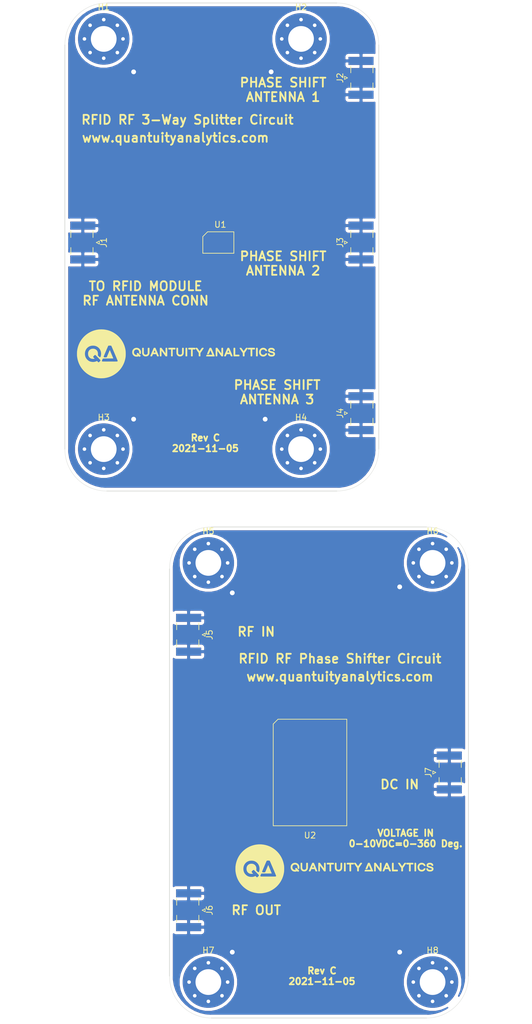
<source format=kicad_pcb>
(kicad_pcb (version 20171130) (host pcbnew "(5.1.6)-1")
  (title_block (title "RFID Frequency Splitter Circuit 915 MHz") (date 2021-11-05) (rev c) (company "Quantuity Anaytics Inc. www.quantuityanalytics.com") (comment 1 "Note: Phase shift circuit X 3") (comment 4 "Designed by: Mark Donaldson"))
  (layers (0 F.Cu signal) (1 In1.Cu signal) (2 In2.Cu signal) (31 B.Cu signal) (34 B.Paste user) (35 F.Paste user) (36 B.SilkS user) (37 F.SilkS user) (38 B.Mask user) (39 F.Mask user) (44 Edge.Cuts user))
  (net 0 "")
  (net 1 GND)
  (net 2 "Net-(J1-Pad1)")
  (net 3 "Net-(J2-Pad1)")
  (net 4 "Net-(J3-Pad1)")
  (net 5 "Net-(J4-Pad1)")
  (net 6 "Net-(J5-Pad1)")
  (net 7 GND1)
  (net 8 "Net-(J6-Pad1)")
  (net 9 "Net-(J7-Pad1)")
  (module Gloria-Yip_RFID_PROJECT:QAI_Logo_4_Silkscreen (layer F.Cu) (at 101 79.5)
    (fp_text reference G*** hide)
    (fp_text value LOGO hide)
  )
  (module Gloria-Yip_RFID_PROJECT:QAI_Logo_4_Silkscreen (layer F.Cu) (at 127.5 165.5)
    (fp_text reference G*** hide)
    (fp_text value LOGO hide)
  )
  (module MountingHole:MountingHole_4.3mm_M4_Pad_Via (layer F.Cu) (at 144 184.5)
    (fp_text reference H8 (at 0 -5.3) (layer F.SilkS))
    (fp_text value MountingHole)
    (pad 1 thru_hole circle (at 2.280419 -2.280419) (size 0.9 0.9) (drill 0.6) (layers *.Cu *.Mask))
    (pad 1 thru_hole circle (at 0 -3.225) (size 0.9 0.9) (drill 0.6) (layers *.Cu *.Mask))
    (pad 1 thru_hole circle (at -2.280419 -2.280419) (size 0.9 0.9) (drill 0.6) (layers *.Cu *.Mask))
    (pad 1 thru_hole circle (at -3.225 0) (size 0.9 0.9) (drill 0.6) (layers *.Cu *.Mask))
    (pad 1 thru_hole circle (at -2.280419 2.280419) (size 0.9 0.9) (drill 0.6) (layers *.Cu *.Mask))
    (pad 1 thru_hole circle (at 0 3.225) (size 0.9 0.9) (drill 0.6) (layers *.Cu *.Mask))
    (pad 1 thru_hole circle (at 2.280419 2.280419) (size 0.9 0.9) (drill 0.6) (layers *.Cu *.Mask))
    (pad 1 thru_hole circle (at 3.225 0) (size 0.9 0.9) (drill 0.6) (layers *.Cu *.Mask))
    (pad 1 thru_hole circle (at 0 0) (size 8.6 8.6) (drill 4.3) (layers *.Cu *.Mask))
  )
  (module MountingHole:MountingHole_4.3mm_M4_Pad_Via (layer F.Cu) (at 106.5 184.5)
    (fp_text reference H7 (at 0 -5.3) (layer F.SilkS))
    (fp_text value MountingHole)
    (pad 1 thru_hole circle (at 2.280419 -2.280419) (size 0.9 0.9) (drill 0.6) (layers *.Cu *.Mask))
    (pad 1 thru_hole circle (at 0 -3.225) (size 0.9 0.9) (drill 0.6) (layers *.Cu *.Mask))
    (pad 1 thru_hole circle (at -2.280419 -2.280419) (size 0.9 0.9) (drill 0.6) (layers *.Cu *.Mask))
    (pad 1 thru_hole circle (at -3.225 0) (size 0.9 0.9) (drill 0.6) (layers *.Cu *.Mask))
    (pad 1 thru_hole circle (at -2.280419 2.280419) (size 0.9 0.9) (drill 0.6) (layers *.Cu *.Mask))
    (pad 1 thru_hole circle (at 0 3.225) (size 0.9 0.9) (drill 0.6) (layers *.Cu *.Mask))
    (pad 1 thru_hole circle (at 2.280419 2.280419) (size 0.9 0.9) (drill 0.6) (layers *.Cu *.Mask))
    (pad 1 thru_hole circle (at 3.225 0) (size 0.9 0.9) (drill 0.6) (layers *.Cu *.Mask))
    (pad 1 thru_hole circle (at 0 0) (size 8.6 8.6) (drill 4.3) (layers *.Cu *.Mask))
  )
  (module MountingHole:MountingHole_4.3mm_M4_Pad_Via (layer F.Cu) (at 144 114.5)
    (fp_text reference H6 (at 0 -5.3) (layer F.SilkS))
    (fp_text value MountingHole)
    (pad 1 thru_hole circle (at 2.280419 -2.280419) (size 0.9 0.9) (drill 0.6) (layers *.Cu *.Mask))
    (pad 1 thru_hole circle (at 0 -3.225) (size 0.9 0.9) (drill 0.6) (layers *.Cu *.Mask))
    (pad 1 thru_hole circle (at -2.280419 -2.280419) (size 0.9 0.9) (drill 0.6) (layers *.Cu *.Mask))
    (pad 1 thru_hole circle (at -3.225 0) (size 0.9 0.9) (drill 0.6) (layers *.Cu *.Mask))
    (pad 1 thru_hole circle (at -2.280419 2.280419) (size 0.9 0.9) (drill 0.6) (layers *.Cu *.Mask))
    (pad 1 thru_hole circle (at 0 3.225) (size 0.9 0.9) (drill 0.6) (layers *.Cu *.Mask))
    (pad 1 thru_hole circle (at 2.280419 2.280419) (size 0.9 0.9) (drill 0.6) (layers *.Cu *.Mask))
    (pad 1 thru_hole circle (at 3.225 0) (size 0.9 0.9) (drill 0.6) (layers *.Cu *.Mask))
    (pad 1 thru_hole circle (at 0 0) (size 8.6 8.6) (drill 4.3) (layers *.Cu *.Mask))
  )
  (module MountingHole:MountingHole_4.3mm_M4_Pad_Via (layer F.Cu) (at 106.5 114.5)
    (fp_text reference H5 (at 0 -5.3) (layer F.SilkS))
    (fp_text value MountingHole)
    (pad 1 thru_hole circle (at 2.280419 -2.280419) (size 0.9 0.9) (drill 0.6) (layers *.Cu *.Mask))
    (pad 1 thru_hole circle (at 0 -3.225) (size 0.9 0.9) (drill 0.6) (layers *.Cu *.Mask))
    (pad 1 thru_hole circle (at -2.280419 -2.280419) (size 0.9 0.9) (drill 0.6) (layers *.Cu *.Mask))
    (pad 1 thru_hole circle (at -3.225 0) (size 0.9 0.9) (drill 0.6) (layers *.Cu *.Mask))
    (pad 1 thru_hole circle (at -2.280419 2.280419) (size 0.9 0.9) (drill 0.6) (layers *.Cu *.Mask))
    (pad 1 thru_hole circle (at 0 3.225) (size 0.9 0.9) (drill 0.6) (layers *.Cu *.Mask))
    (pad 1 thru_hole circle (at 2.280419 2.280419) (size 0.9 0.9) (drill 0.6) (layers *.Cu *.Mask))
    (pad 1 thru_hole circle (at 3.225 0) (size 0.9 0.9) (drill 0.6) (layers *.Cu *.Mask))
    (pad 1 thru_hole circle (at 0 0) (size 8.6 8.6) (drill 4.3) (layers *.Cu *.Mask))
  )
  (module MountingHole:MountingHole_4.3mm_M4_Pad_Via (layer F.Cu) (at 122 95.5)
    (fp_text reference H4 (at 0 -5.3) (layer F.SilkS))
    (fp_text value MountingHole)
    (pad 1 thru_hole circle (at 2.280419 -2.280419) (size 0.9 0.9) (drill 0.6) (layers *.Cu *.Mask))
    (pad 1 thru_hole circle (at 0 -3.225) (size 0.9 0.9) (drill 0.6) (layers *.Cu *.Mask))
    (pad 1 thru_hole circle (at -2.280419 -2.280419) (size 0.9 0.9) (drill 0.6) (layers *.Cu *.Mask))
    (pad 1 thru_hole circle (at -3.225 0) (size 0.9 0.9) (drill 0.6) (layers *.Cu *.Mask))
    (pad 1 thru_hole circle (at -2.280419 2.280419) (size 0.9 0.9) (drill 0.6) (layers *.Cu *.Mask))
    (pad 1 thru_hole circle (at 0 3.225) (size 0.9 0.9) (drill 0.6) (layers *.Cu *.Mask))
    (pad 1 thru_hole circle (at 2.280419 2.280419) (size 0.9 0.9) (drill 0.6) (layers *.Cu *.Mask))
    (pad 1 thru_hole circle (at 3.225 0) (size 0.9 0.9) (drill 0.6) (layers *.Cu *.Mask))
    (pad 1 thru_hole circle (at 0 0) (size 8.6 8.6) (drill 4.3) (layers *.Cu *.Mask))
  )
  (module MountingHole:MountingHole_4.3mm_M4_Pad_Via (layer F.Cu) (at 89 95.5)
    (fp_text reference H3 (at 0 -5.3) (layer F.SilkS))
    (fp_text value MountingHole)
    (pad 1 thru_hole circle (at 2.280419 -2.280419) (size 0.9 0.9) (drill 0.6) (layers *.Cu *.Mask))
    (pad 1 thru_hole circle (at 0 -3.225) (size 0.9 0.9) (drill 0.6) (layers *.Cu *.Mask))
    (pad 1 thru_hole circle (at -2.280419 -2.280419) (size 0.9 0.9) (drill 0.6) (layers *.Cu *.Mask))
    (pad 1 thru_hole circle (at -3.225 0) (size 0.9 0.9) (drill 0.6) (layers *.Cu *.Mask))
    (pad 1 thru_hole circle (at -2.280419 2.280419) (size 0.9 0.9) (drill 0.6) (layers *.Cu *.Mask))
    (pad 1 thru_hole circle (at 0 3.225) (size 0.9 0.9) (drill 0.6) (layers *.Cu *.Mask))
    (pad 1 thru_hole circle (at 2.280419 2.280419) (size 0.9 0.9) (drill 0.6) (layers *.Cu *.Mask))
    (pad 1 thru_hole circle (at 3.225 0) (size 0.9 0.9) (drill 0.6) (layers *.Cu *.Mask))
    (pad 1 thru_hole circle (at 0 0) (size 8.6 8.6) (drill 4.3) (layers *.Cu *.Mask))
  )
  (module MountingHole:MountingHole_4.3mm_M4_Pad_Via (layer F.Cu) (at 122 27)
    (fp_text reference H2 (at 0 -5.3) (layer F.SilkS))
    (fp_text value MountingHole)
    (pad 1 thru_hole circle (at 2.280419 -2.280419) (size 0.9 0.9) (drill 0.6) (layers *.Cu *.Mask))
    (pad 1 thru_hole circle (at 0 -3.225) (size 0.9 0.9) (drill 0.6) (layers *.Cu *.Mask))
    (pad 1 thru_hole circle (at -2.280419 -2.280419) (size 0.9 0.9) (drill 0.6) (layers *.Cu *.Mask))
    (pad 1 thru_hole circle (at -3.225 0) (size 0.9 0.9) (drill 0.6) (layers *.Cu *.Mask))
    (pad 1 thru_hole circle (at -2.280419 2.280419) (size 0.9 0.9) (drill 0.6) (layers *.Cu *.Mask))
    (pad 1 thru_hole circle (at 0 3.225) (size 0.9 0.9) (drill 0.6) (layers *.Cu *.Mask))
    (pad 1 thru_hole circle (at 2.280419 2.280419) (size 0.9 0.9) (drill 0.6) (layers *.Cu *.Mask))
    (pad 1 thru_hole circle (at 3.225 0) (size 0.9 0.9) (drill 0.6) (layers *.Cu *.Mask))
    (pad 1 thru_hole circle (at 0 0) (size 8.6 8.6) (drill 4.3) (layers *.Cu *.Mask))
  )
  (module MountingHole:MountingHole_4.3mm_M4_Pad_Via (layer F.Cu) (at 89 27)
    (fp_text reference H1 (at 0 -5.3) (layer F.SilkS))
    (fp_text value MountingHole)
    (pad 1 thru_hole circle (at 2.280419 -2.280419) (size 0.9 0.9) (drill 0.6) (layers *.Cu *.Mask))
    (pad 1 thru_hole circle (at 0 -3.225) (size 0.9 0.9) (drill 0.6) (layers *.Cu *.Mask))
    (pad 1 thru_hole circle (at -2.280419 -2.280419) (size 0.9 0.9) (drill 0.6) (layers *.Cu *.Mask))
    (pad 1 thru_hole circle (at -3.225 0) (size 0.9 0.9) (drill 0.6) (layers *.Cu *.Mask))
    (pad 1 thru_hole circle (at -2.280419 2.280419) (size 0.9 0.9) (drill 0.6) (layers *.Cu *.Mask))
    (pad 1 thru_hole circle (at 0 3.225) (size 0.9 0.9) (drill 0.6) (layers *.Cu *.Mask))
    (pad 1 thru_hole circle (at 2.280419 2.280419) (size 0.9 0.9) (drill 0.6) (layers *.Cu *.Mask))
    (pad 1 thru_hole circle (at 3.225 0) (size 0.9 0.9) (drill 0.6) (layers *.Cu *.Mask))
    (pad 1 thru_hole circle (at 0 0) (size 8.6 8.6) (drill 4.3) (layers *.Cu *.Mask))
  )
  (module Gloria-Yip_RFID_PROJECT:RF_Mini_Circuits_SPHSA-152+Phase_Shifter (layer F.Cu) (at 123.5 149.5 270)
    (fp_text reference U2 (at 10.5 0) (layer F.SilkS))
    (fp_text value RF_Mini_Circuits_SPHSA-152+_Phase_Shifter)
    (pad 7 smd rect (at 7.62 4.85 270) (size 1.55 1.6) (layers F.Cu F.Paste F.Mask) (net 7 GND1))
    (pad 8 smd rect (at 7.62 -4.85 270) (size 1.55 1.6) (layers F.Cu F.Paste F.Mask) (net 9 "Net-(J7-Pad1)"))
    (pad 6 smd rect (at 5.08 4.85 270) (size 1.55 1.6) (layers F.Cu F.Paste F.Mask) (net 7 GND1))
    (pad 9 smd rect (at 5.08 -4.85 270) (size 1.55 1.6) (layers F.Cu F.Paste F.Mask) (net 7 GND1))
    (pad 5 smd rect (at 2.54 4.85 270) (size 1.55 1.6) (layers F.Cu F.Paste F.Mask) (net 8 "Net-(J6-Pad1)"))
    (pad 10 smd rect (at 2.54 -4.85 270) (size 1.55 1.6) (layers F.Cu F.Paste F.Mask) (net 7 GND1))
    (pad 4 smd rect (at 0 4.85 270) (size 1.55 1.6) (layers F.Cu F.Paste F.Mask) (net 7 GND1))
    (pad 11 smd rect (at 0 -4.85 270) (size 1.55 1.6) (layers F.Cu F.Paste F.Mask) (net 7 GND1))
    (pad 3 smd rect (at -2.54 4.85 270) (size 1.55 1.6) (layers F.Cu F.Paste F.Mask) (net 7 GND1))
    (pad 12 smd rect (at -2.54 -4.85 270) (size 1.55 1.6) (layers F.Cu F.Paste F.Mask) (net 9 "Net-(J7-Pad1)"))
    (pad 2 smd rect (at -5.08 4.85 270) (size 1.55 1.6) (layers F.Cu F.Paste F.Mask) (net 6 "Net-(J5-Pad1)"))
    (pad 13 smd rect (at -5.08 -4.85 270) (size 1.55 1.6) (layers F.Cu F.Paste F.Mask))
    (pad 1 smd rect (at -7.62 4.85 270) (size 1.55 1.6) (layers F.Cu F.Paste F.Mask) (net 7 GND1))
    (pad 14 smd rect (at -7.62 -4.85 270) (size 1.55 1.6) (layers F.Cu F.Paste F.Mask))
  )
  (module Gloria-Yip_RFID_PROJECT:RF_Mini_Circuits_SCN-3-13+_Power_Splitter-Combiner (layer F.Cu) (at 111.767501 61.07 270)
    (fp_text reference U1 (at -3.07 3.267501 180) (layer F.SilkS))
    (fp_text value RF_Mini_Circuits_SCN-313+_Power_Splitter-Combiner)
    (pad 6 smd rect (at -1 2.59 270) (size 0.6 1.07) (layers F.Cu F.Paste F.Mask) (net 3 "Net-(J2-Pad1)"))
    (pad 1 smd rect (at -0.99 4.64 270) (size 0.6 1.07) (layers F.Cu F.Paste F.Mask) (net 1 GND))
    (pad 5 smd rect (at -0.01 2.59 270) (size 0.6 1.07) (layers F.Cu F.Paste F.Mask) (net 4 "Net-(J3-Pad1)"))
    (pad 2 smd rect (at 0 4.64 270) (size 0.6 1.07) (layers F.Cu F.Paste F.Mask) (net 2 "Net-(J1-Pad1)"))
    (pad 4 smd rect (at 0.98 2.59 270) (size 0.6 1.07) (layers F.Cu F.Paste F.Mask) (net 5 "Net-(J4-Pad1)"))
    (pad 3 smd rect (at 0.99 4.64 270) (size 0.6 1.07) (layers F.Cu F.Paste F.Mask) (net 1 GND))
  )
  (module Connector_Coaxial:SMA_Samtec_SMA-J-P-X-ST-EM1_EdgeMount (layer F.Cu) (at 85.5 61 270)
    (fp_text reference J1 (at 0 -3.5 90) (layer F.SilkS))
    (fp_text value Conn_Coaxial)
    (pad 2 smd rect (at -2.825 0 270) (size 1.35 4.2) (layers B.Cu B.Paste B.Mask) (net 1 GND))
    (pad 2 smd rect (at 2.825 0 270) (size 1.35 4.2) (layers B.Cu B.Paste B.Mask) (net 1 GND))
    (pad 2 smd rect (at -2.825 0 270) (size 1.35 4.2) (layers F.Cu F.Paste F.Mask) (net 1 GND))
    (pad 2 smd rect (at 2.825 0 270) (size 1.35 4.2) (layers F.Cu F.Paste F.Mask) (net 1 GND))
    (pad 1 smd rect (at 0 0.2 270) (size 1.27 3.6) (layers F.Cu F.Paste F.Mask) (net 2 "Net-(J1-Pad1)"))
  )
  (module Connector_Coaxial:SMA_Samtec_SMA-J-P-X-ST-EM1_EdgeMount (layer F.Cu) (at 132.030001 33.5 90)
    (fp_text reference J2 (at 0 -3.5 90) (layer F.SilkS))
    (fp_text value Conn_Coaxial)
    (pad 1 smd rect (at 0 0.2 90) (size 1.27 3.6) (layers F.Cu F.Paste F.Mask) (net 3 "Net-(J2-Pad1)"))
    (pad 2 smd rect (at 2.825 0 90) (size 1.35 4.2) (layers F.Cu F.Paste F.Mask) (net 1 GND))
    (pad 2 smd rect (at -2.825 0 90) (size 1.35 4.2) (layers F.Cu F.Paste F.Mask) (net 1 GND))
    (pad 2 smd rect (at 2.825 0 90) (size 1.35 4.2) (layers B.Cu B.Paste B.Mask) (net 1 GND))
    (pad 2 smd rect (at -2.825 0 90) (size 1.35 4.2) (layers B.Cu B.Paste B.Mask) (net 1 GND))
  )
  (module Connector_Coaxial:SMA_Samtec_SMA-J-P-X-ST-EM1_EdgeMount (layer F.Cu) (at 132.030001 61 90)
    (fp_text reference J3 (at 0 -3.5 90) (layer F.SilkS))
    (fp_text value Conn_Coaxial)
    (pad 2 smd rect (at -2.825 0 90) (size 1.35 4.2) (layers B.Cu B.Paste B.Mask) (net 1 GND))
    (pad 2 smd rect (at 2.825 0 90) (size 1.35 4.2) (layers B.Cu B.Paste B.Mask) (net 1 GND))
    (pad 2 smd rect (at -2.825 0 90) (size 1.35 4.2) (layers F.Cu F.Paste F.Mask) (net 1 GND))
    (pad 2 smd rect (at 2.825 0 90) (size 1.35 4.2) (layers F.Cu F.Paste F.Mask) (net 1 GND))
    (pad 1 smd rect (at 0 0.2 90) (size 1.27 3.6) (layers F.Cu F.Paste F.Mask) (net 4 "Net-(J3-Pad1)"))
  )
  (module Connector_Coaxial:SMA_Samtec_SMA-J-P-X-ST-EM1_EdgeMount (layer F.Cu) (at 132.030001 89.5 90)
    (fp_text reference J4 (at 0 -3.5 90) (layer F.SilkS))
    (fp_text value Conn_Coaxial)
    (pad 1 smd rect (at 0 0.2 90) (size 1.27 3.6) (layers F.Cu F.Paste F.Mask) (net 5 "Net-(J4-Pad1)"))
    (pad 2 smd rect (at 2.825 0 90) (size 1.35 4.2) (layers F.Cu F.Paste F.Mask) (net 1 GND))
    (pad 2 smd rect (at -2.825 0 90) (size 1.35 4.2) (layers F.Cu F.Paste F.Mask) (net 1 GND))
    (pad 2 smd rect (at 2.825 0 90) (size 1.35 4.2) (layers B.Cu B.Paste B.Mask) (net 1 GND))
    (pad 2 smd rect (at -2.825 0 90) (size 1.35 4.2) (layers B.Cu B.Paste B.Mask) (net 1 GND))
  )
  (module Connector_Coaxial:SMA_Samtec_SMA-J-P-X-ST-EM1_EdgeMount (layer F.Cu) (at 103.2 126.5 270)
    (fp_text reference J5 (at 0 -3.5 90) (layer F.SilkS))
    (fp_text value Conn_Coaxial)
    (pad 2 smd rect (at -2.825 0 270) (size 1.35 4.2) (layers B.Cu B.Paste B.Mask) (net 7 GND1))
    (pad 2 smd rect (at 2.825 0 270) (size 1.35 4.2) (layers B.Cu B.Paste B.Mask) (net 7 GND1))
    (pad 2 smd rect (at -2.825 0 270) (size 1.35 4.2) (layers F.Cu F.Paste F.Mask) (net 7 GND1))
    (pad 2 smd rect (at 2.825 0 270) (size 1.35 4.2) (layers F.Cu F.Paste F.Mask) (net 7 GND1))
    (pad 1 smd rect (at 0 0.2 270) (size 1.27 3.6) (layers F.Cu F.Paste F.Mask) (net 6 "Net-(J5-Pad1)"))
  )
  (module Connector_Coaxial:SMA_Samtec_SMA-J-P-X-ST-EM1_EdgeMount (layer F.Cu) (at 103.2 172.5 270)
    (fp_text reference J6 (at 0 -3.5 90) (layer F.SilkS))
    (fp_text value Conn_Coaxial)
    (pad 2 smd rect (at -2.825 0 270) (size 1.35 4.2) (layers B.Cu B.Paste B.Mask) (net 7 GND1))
    (pad 2 smd rect (at 2.825 0 270) (size 1.35 4.2) (layers B.Cu B.Paste B.Mask) (net 7 GND1))
    (pad 2 smd rect (at -2.825 0 270) (size 1.35 4.2) (layers F.Cu F.Paste F.Mask) (net 7 GND1))
    (pad 2 smd rect (at 2.825 0 270) (size 1.35 4.2) (layers F.Cu F.Paste F.Mask) (net 7 GND1))
    (pad 1 smd rect (at 0 0.2 270) (size 1.27 3.6) (layers F.Cu F.Paste F.Mask) (net 8 "Net-(J6-Pad1)"))
  )
  (module Connector_Coaxial:SMA_Samtec_SMA-J-P-X-ST-EM1_EdgeMount (layer F.Cu) (at 146.8 149.5 90)
    (fp_text reference J7 (at 0 -3.5 90) (layer F.SilkS))
    (fp_text value Conn_Coaxial)
    (pad 1 smd rect (at 0 0.2 90) (size 1.27 3.6) (layers F.Cu F.Paste F.Mask) (net 9 "Net-(J7-Pad1)"))
    (pad 2 smd rect (at 2.825 0 90) (size 1.35 4.2) (layers F.Cu F.Paste F.Mask) (net 7 GND1))
    (pad 2 smd rect (at -2.825 0 90) (size 1.35 4.2) (layers F.Cu F.Paste F.Mask) (net 7 GND1))
    (pad 2 smd rect (at 2.825 0 90) (size 1.35 4.2) (layers B.Cu B.Paste B.Mask) (net 7 GND1))
    (pad 2 smd rect (at -2.825 0 90) (size 1.35 4.2) (layers B.Cu B.Paste B.Mask) (net 7 GND1))
  )
  (gr_text "Rev C\n2021-11-05" (at 106 94.5) (layer F.SilkS) (effects (font (size 1.1 1.1) (thickness 0.275))))
  (gr_text "Rev C\n2021-11-05" (at 125.5 183.5) (layer F.SilkS) (effects (font (size 1.1 1.1) (thickness 0.275))))
  (gr_text "VOLTAGE IN\n0-10VDC=0-360 Deg." (at 139.5 160.5) (layer F.SilkS) (effects (font (size 1.1 1.1) (thickness 0.275))))
  (gr_text www.quantuityanalytics.com (at 101 43.5) (layer F.SilkS) (effects (font (size 1.5 1.5) (thickness 0.3))))
  (gr_text www.quantuityanalytics.com (at 128.5 133.5) (layer F.SilkS) (effects (font (size 1.5 1.5) (thickness 0.3))))
  (gr_arc (start 107 183.5) (end 100 183.5) (angle -90) (layer Edge.Cuts) (width 0.05))
  (gr_arc (start 107 115.5) (end 107 108.5) (angle -90) (layer Edge.Cuts) (width 0.05))
  (gr_arc (start 128 95.5) (end 128 102.5) (angle -90) (layer Edge.Cuts) (width 0.05))
  (gr_arc (start 128 28) (end 135 28) (angle -90) (layer Edge.Cuts) (width 0.05))
  (gr_arc (start 89.5 95.5) (end 82.5 95.5) (angle -90) (layer Edge.Cuts) (width 0.05))
  (gr_arc (start 89.5 28) (end 89.5 21) (angle -90) (layer Edge.Cuts) (width 0.05))
  (gr_arc (start 143 183.5) (end 143 190.5) (angle -90) (layer Edge.Cuts) (width 0.05))
  (gr_arc (start 143 115.5) (end 150 115.5) (angle -90) (layer Edge.Cuts) (width 0.05))
  (gr_line (start 150 115.5) (end 150 183.5) (layer Edge.Cuts) (width 0.1))
  (gr_line (start 107 108.5) (end 143 108.5) (layer Edge.Cuts) (width 0.1))
  (gr_line (start 100 183.5) (end 100 115.5) (layer Edge.Cuts) (width 0.1))
  (gr_line (start 143 190.5) (end 107 190.5) (layer Edge.Cuts) (width 0.1))
  (gr_line (start 135 28) (end 135 95.5) (layer Edge.Cuts) (width 0.1))
  (gr_line (start 89.5 21) (end 128 21) (layer Edge.Cuts) (width 0.1))
  (gr_line (start 82.5 95.5) (end 82.5 28) (layer Edge.Cuts) (width 0.1))
  (gr_line (start 128 102.5) (end 89.5 102.5) (layer Edge.Cuts) (width 0.1))
  (gr_text "PHASE SHIFT\nANTENNA 3" (at 118 86) (layer F.SilkS) (effects (font (size 1.5 1.5) (thickness 0.3))))
  (gr_text "PHASE SHIFT\nANTENNA 2" (at 119 64.5) (layer F.SilkS) (effects (font (size 1.5 1.5) (thickness 0.3))))
  (gr_text "PHASE SHIFT\nANTENNA 1" (at 119 35.5) (layer F.SilkS) (effects (font (size 1.5 1.5) (thickness 0.3))))
  (gr_text "TO RFID MODULE\nRF ANTENNA CONN" (at 96 69.5) (layer F.SilkS) (effects (font (size 1.5 1.5) (thickness 0.3))))
  (gr_text "RF OUT" (at 114.5 172.5) (layer F.SilkS) (effects (font (size 1.5 1.5) (thickness 0.3))))
  (gr_text "RF IN" (at 114.5 126) (layer F.SilkS) (effects (font (size 1.5 1.5) (thickness 0.3))))
  (gr_text "DC IN" (at 138.5 151.5) (layer F.SilkS) (effects (font (size 1.5 1.5) (thickness 0.3))))
  (gr_text "RFID RF Phase Shifter Circuit" (at 128.5 130.5) (layer F.SilkS) (effects (font (size 1.5 1.5) (thickness 0.3))))
  (gr_text "RFID RF 3-Way Splitter Circuit" (at 103 40.5) (layer F.SilkS) (effects (font (size 1.5 1.5) (thickness 0.3))))
  (via (at 94 32.5) (size 1) (drill 0.8) (layers F.Cu B.Cu) (net 1))
  (via (at 117 32.5) (size 1) (drill 0.8) (layers F.Cu B.Cu) (net 1))
  (via (at 116 90.5) (size 1) (drill 0.8) (layers F.Cu B.Cu) (net 1))
  (via (at 94 90.5) (size 1) (drill 0.8) (layers F.Cu B.Cu) (net 1))
  (segment (start 85.37 61.07) (end 85.3 61) (width 0.29337) (layer F.Cu) (net 2))
  (segment (start 107.127501 61.07) (end 85.37 61.07) (width 0.29337) (layer F.Cu) (net 2))
  (segment (start 130.136631 33.5) (end 132.230001 33.5) (width 0.29337) (layer F.Cu) (net 3))
  (segment (start 109.177501 54.45913) (end 130.136631 33.5) (width 0.29337) (layer F.Cu) (net 3))
  (segment (start 109.177501 60.07) (end 109.177501 54.45913) (width 0.29337) (layer F.Cu) (net 3))
  (segment (start 132.170001 61.06) (end 132.230001 61) (width 0.29337) (layer F.Cu) (net 4))
  (segment (start 109.177501 61.06) (end 132.170001 61.06) (width 0.29337) (layer F.Cu) (net 4))
  (segment (start 109.177501 62) (end 109.177501 67.677501) (width 0.29337) (layer F.Cu) (net 5))
  (segment (start 130 89.5) (end 132.230001 89.5) (width 0.29337) (layer F.Cu) (net 5))
  (segment (start 109.177501 67.677501) (end 130 89.5) (width 0.29337) (layer F.Cu) (net 5))
  (segment (start 103 126.5) (end 108.5 126.5) (width 0.29337) (layer F.Cu) (net 6))
  (segment (start 108.5 126.5) (end 108.5 144.5) (width 0.29337) (layer F.Cu) (net 6))
  (segment (start 118.57 144.5) (end 118.65 144.42) (width 0.29337) (layer F.Cu) (net 6))
  (segment (start 108.5 144.5) (end 118.57 144.5) (width 0.29337) (layer F.Cu) (net 6))
  (via (at 110.5 119.5) (size 1) (drill 0.8) (layers F.Cu B.Cu) (net 7))
  (via (at 138.5 118.5) (size 1) (drill 0.8) (layers F.Cu B.Cu) (net 7))
  (via (at 138.5 179.5) (size 1) (drill 0.8) (layers F.Cu B.Cu) (net 7))
  (via (at 110.5 179.5) (size 1) (drill 0.8) (layers F.Cu B.Cu) (net 7))
  (segment (start 118.61 152) (end 118.65 152.04) (width 0.29337) (layer F.Cu) (net 8))
  (segment (start 108.5 152) (end 118.61 152) (width 0.29337) (layer F.Cu) (net 8))
  (segment (start 103 172.5) (end 108.5 172.5) (width 0.29337) (layer F.Cu) (net 8))
  (segment (start 108.5 172.5) (end 108.5 152) (width 0.29337) (layer F.Cu) (net 8))
  (segment (start 137.46 146.96) (end 140 149.5) (width 0.29337) (layer F.Cu) (net 9))
  (segment (start 140 149.5) (end 147 149.5) (width 0.29337) (layer F.Cu) (net 9))
  (segment (start 128.35 157.12) (end 130.38 157.12) (width 0.29337) (layer F.Cu) (net 9))
  (segment (start 130.38 157.12) (end 130.54 156.96) (width 0.29337) (layer F.Cu) (net 9))
  (segment (start 130.54 156.96) (end 130.54 146.96) (width 0.29337) (layer F.Cu) (net 9))
  (segment (start 128.35 146.96) (end 130.54 146.96) (width 0.29337) (layer F.Cu) (net 9))
  (segment (start 130.54 146.96) (end 137.46 146.96) (width 0.29337) (layer F.Cu) (net 9))
  (zone (net 1) (net_name GND) (layer F.Cu) (connect_pads (clearance 0.508)) (min_thickness 0.254) (fill yes (arc_segments 32) (thermal_gap 0.508) (thermal_bridge_width 0.508) (smoothing chamfer))
    (polygon (pts (xy 135 102.5) (xy 82 102.5) (xy 82 20.5) (xy 135 20.5)))
  )
  (zone (net 1) (net_name GND) (layer B.Cu) (connect_pads (clearance 0.508)) (min_thickness 0.254) (fill yes (arc_segments 32) (thermal_gap 0.508) (thermal_bridge_width 0.508) (smoothing chamfer))
    (polygon (pts (xy 135 102.5) (xy 82 102.5) (xy 82 20.5) (xy 135 20.5)))
  )
  (zone (net 7) (net_name GND1) (layer F.Cu) (connect_pads (clearance 0.508)) (min_thickness 0.254) (fill yes (arc_segments 32) (thermal_gap 0.508) (thermal_bridge_width 0.508) (smoothing chamfer))
    (polygon (pts (xy 150.5 191.5) (xy 99.5 191.5) (xy 99.5 107.5) (xy 150.5 107.5)))
  )
  (zone (net 7) (net_name GND1) (layer B.Cu) (connect_pads (clearance 0.508)) (min_thickness 0.254) (fill yes (arc_segments 32) (thermal_gap 0.508) (thermal_bridge_width 0.508) (smoothing chamfer))
    (polygon (pts (xy 150.5 191.5) (xy 99.5 191.5) (xy 99.5 107.5) (xy 150.5 107.5)))
  )
)
</source>
